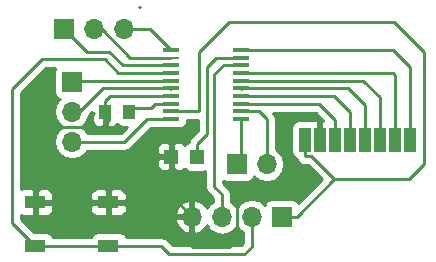
<source format=gbr>
G04 #@! TF.FileFunction,Copper,L1,Top,Signal*
%FSLAX46Y46*%
G04 Gerber Fmt 4.6, Leading zero omitted, Abs format (unit mm)*
G04 Created by KiCad (PCBNEW 4.0.6) date 07/07/17 14:26:11*
%MOMM*%
%LPD*%
G01*
G04 APERTURE LIST*
%ADD10C,0.100000*%
%ADD11R,1.000000X1.250000*%
%ADD12R,1.200000X1.200000*%
%ADD13R,1.700000X1.700000*%
%ADD14O,1.700000X1.700000*%
%ADD15R,1.800000X1.100000*%
%ADD16R,1.450000X0.300000*%
%ADD17R,1.450000X0.200000*%
%ADD18R,1.000000X2.000000*%
%ADD19C,0.250000*%
%ADD20C,0.254000*%
G04 APERTURE END LIST*
D10*
D11*
X141970000Y-107315000D03*
X139970000Y-107315000D03*
D12*
X147785000Y-111125000D03*
X145585000Y-111125000D03*
D13*
X154940000Y-116205000D03*
D14*
X152400000Y-116205000D03*
X149860000Y-116205000D03*
X147320000Y-116205000D03*
D15*
X134060000Y-114990000D03*
X140260000Y-114990000D03*
X134060000Y-118690000D03*
X140260000Y-118690000D03*
D16*
X145551100Y-102078600D03*
D17*
X145551100Y-102728600D03*
D16*
X145551100Y-103378600D03*
X145551100Y-104028600D03*
X145551100Y-104678600D03*
X145551100Y-105328600D03*
X145551100Y-105978600D03*
X145551100Y-106628600D03*
X145551100Y-107278600D03*
X145551100Y-107928600D03*
X151451100Y-107928600D03*
X151451100Y-107278600D03*
X151451100Y-106628600D03*
X151451100Y-105978600D03*
X151451100Y-105328600D03*
X151451100Y-104678600D03*
X151451100Y-104028600D03*
X151451100Y-103378600D03*
X151451100Y-102728600D03*
X151451100Y-102078600D03*
D18*
X156890000Y-109665000D03*
X158160000Y-109665000D03*
X159430000Y-109665000D03*
X160700000Y-109665000D03*
X161970000Y-109665000D03*
X163240000Y-109665000D03*
X164510000Y-109665000D03*
X165780000Y-109665000D03*
D13*
X151130000Y-111760000D03*
D14*
X153670000Y-111760000D03*
D13*
X137160000Y-104775000D03*
D14*
X137160000Y-107315000D03*
X137160000Y-109855000D03*
D13*
X136525000Y-100330000D03*
D14*
X139065000Y-100330000D03*
X141605000Y-100330000D03*
D19*
X142930000Y-98480000D02*
X142875000Y-98480000D01*
X142287500Y-106997500D02*
X143827500Y-106997500D01*
X144196400Y-106628600D02*
X145551100Y-106628600D01*
X143827500Y-106997500D02*
X144196400Y-106628600D01*
X145551100Y-105978600D02*
X140401400Y-105978600D01*
X139970000Y-106410000D02*
X139970000Y-107315000D01*
X140401400Y-105978600D02*
X139970000Y-106410000D01*
X134060000Y-114990000D02*
X134060000Y-114225000D01*
X143510000Y-111125000D02*
X145585000Y-111125000D01*
X142240000Y-112395000D02*
X143510000Y-111125000D01*
X135890000Y-112395000D02*
X142240000Y-112395000D01*
X134060000Y-114225000D02*
X135890000Y-112395000D01*
X140287500Y-106997500D02*
X140287500Y-107997500D01*
X134060000Y-109780000D02*
X134060000Y-114990000D01*
X135255000Y-108585000D02*
X134060000Y-109780000D01*
X139700000Y-108585000D02*
X135255000Y-108585000D01*
X140287500Y-107997500D02*
X139700000Y-108585000D01*
X134060000Y-114990000D02*
X140260000Y-114990000D01*
X140260000Y-114990000D02*
X146105000Y-114990000D01*
X146105000Y-114990000D02*
X147320000Y-116205000D01*
X158115000Y-107950000D02*
X155575000Y-107950000D01*
X158160000Y-107995000D02*
X158115000Y-107950000D01*
X151130000Y-118110000D02*
X150495000Y-118745000D01*
X150495000Y-118745000D02*
X147320000Y-118745000D01*
X147320000Y-118745000D02*
X147320000Y-117475000D01*
X158160000Y-109665000D02*
X158160000Y-107995000D01*
X147320000Y-117475000D02*
X147320000Y-116205000D01*
X151130000Y-114300000D02*
X151130000Y-118110000D01*
X155575000Y-114300000D02*
X151130000Y-114300000D01*
X155575000Y-107950000D02*
X155575000Y-114300000D01*
X145585000Y-111125000D02*
X145585000Y-111930000D01*
X145585000Y-111930000D02*
X147320000Y-113665000D01*
X147320000Y-116205000D02*
X147320000Y-113665000D01*
X147320000Y-113665000D02*
X146855000Y-113200000D01*
X147785000Y-111125000D02*
X147785000Y-110025000D01*
X149366400Y-102728600D02*
X151451100Y-102728600D01*
X148590000Y-103505000D02*
X149366400Y-102728600D01*
X148590000Y-109220000D02*
X148590000Y-103505000D01*
X147785000Y-110025000D02*
X148590000Y-109220000D01*
X164465000Y-99695000D02*
X167005000Y-102235000D01*
X147918600Y-107278600D02*
X147918600Y-102271400D01*
X150495000Y-99695000D02*
X164465000Y-99695000D01*
X147918600Y-102271400D02*
X150495000Y-99695000D01*
X165735000Y-113030000D02*
X159385000Y-113030000D01*
X167005000Y-111760000D02*
X165735000Y-113030000D01*
X167005000Y-102235000D02*
X167005000Y-111760000D01*
X154940000Y-116205000D02*
X156210000Y-116205000D01*
X156210000Y-116205000D02*
X159385000Y-113030000D01*
X156890000Y-111080000D02*
X157435000Y-111080000D01*
X157435000Y-111080000D02*
X159385000Y-113030000D01*
X156890000Y-109665000D02*
X156890000Y-111080000D01*
X145551100Y-107278600D02*
X147320000Y-107278600D01*
X147320000Y-107278600D02*
X147918600Y-107278600D01*
X147918600Y-107278600D02*
X147955000Y-107242200D01*
X147320000Y-107278600D02*
X147283600Y-107278600D01*
X140260000Y-118690000D02*
X144725000Y-118690000D01*
X152400000Y-118745000D02*
X152400000Y-116205000D01*
X151765000Y-119380000D02*
X152400000Y-118745000D01*
X145415000Y-119380000D02*
X151765000Y-119380000D01*
X144725000Y-118690000D02*
X145415000Y-119380000D01*
X145551100Y-104028600D02*
X141081400Y-104028600D01*
X132080000Y-116710000D02*
X134060000Y-118690000D01*
X132080000Y-105410000D02*
X132080000Y-116710000D01*
X134620000Y-102870000D02*
X132080000Y-105410000D01*
X139922800Y-102870000D02*
X134620000Y-102870000D01*
X141081400Y-104028600D02*
X139922800Y-102870000D01*
X134060000Y-118690000D02*
X140260000Y-118690000D01*
X140260000Y-118690000D02*
X140915000Y-118690000D01*
X152400000Y-117475000D02*
X152400000Y-116205000D01*
X152400000Y-117475000D02*
X152400000Y-118110000D01*
X149860000Y-103505000D02*
X149225000Y-104140000D01*
X149860000Y-103505000D02*
X149986400Y-103378600D01*
X151451100Y-103378600D02*
X149986400Y-103378600D01*
X149860000Y-114300000D02*
X149860000Y-116205000D01*
X149225000Y-113665000D02*
X149860000Y-114300000D01*
X149225000Y-104140000D02*
X149225000Y-113665000D01*
X159430000Y-109665000D02*
X159430000Y-107995000D01*
X158115000Y-106680000D02*
X151502500Y-106680000D01*
X159430000Y-107995000D02*
X158115000Y-106680000D01*
X151502500Y-106680000D02*
X151451100Y-106628600D01*
X160700000Y-109665000D02*
X160700000Y-107360000D01*
X159318600Y-105978600D02*
X151451100Y-105978600D01*
X160700000Y-107360000D02*
X159318600Y-105978600D01*
X151451100Y-105328600D02*
X160573600Y-105328600D01*
X161970000Y-106725000D02*
X161970000Y-109665000D01*
X161970000Y-106725000D02*
X160655000Y-105410000D01*
X160573600Y-105328600D02*
X160655000Y-105410000D01*
X151532500Y-105410000D02*
X151451100Y-105328600D01*
X163240000Y-109665000D02*
X163240000Y-106090000D01*
X161828600Y-104678600D02*
X151451100Y-104678600D01*
X163240000Y-106090000D02*
X161828600Y-104678600D01*
X164510000Y-109665000D02*
X164510000Y-104185000D01*
X164353600Y-104028600D02*
X151451100Y-104028600D01*
X164510000Y-104185000D02*
X164353600Y-104028600D01*
X145551100Y-104678600D02*
X137256400Y-104678600D01*
X137256400Y-104678600D02*
X137160000Y-104775000D01*
X145551100Y-105328600D02*
X139781400Y-105328600D01*
X139700000Y-105410000D02*
X137795000Y-107315000D01*
X139781400Y-105328600D02*
X139700000Y-105410000D01*
X137160000Y-107315000D02*
X137795000Y-107315000D01*
X145469700Y-105410000D02*
X145551100Y-105328600D01*
X137160000Y-109855000D02*
X141605000Y-109855000D01*
X143531400Y-107928600D02*
X145551100Y-107928600D01*
X141605000Y-109855000D02*
X143531400Y-107928600D01*
X151451100Y-107928600D02*
X151451100Y-111438900D01*
X151451100Y-111438900D02*
X151130000Y-111760000D01*
X151451100Y-107278600D02*
X152998600Y-107278600D01*
X153670000Y-107950000D02*
X153670000Y-111760000D01*
X152998600Y-107278600D02*
X153670000Y-107950000D01*
X136525000Y-100330000D02*
X138430000Y-102235000D01*
X141478600Y-103378600D02*
X145551100Y-103378600D01*
X140335000Y-102235000D02*
X141478600Y-103378600D01*
X138430000Y-102235000D02*
X140335000Y-102235000D01*
X139065000Y-100330000D02*
X139700000Y-100330000D01*
X139700000Y-100330000D02*
X142098600Y-102728600D01*
X142098600Y-102728600D02*
X145551100Y-102728600D01*
X141605000Y-100330000D02*
X143802500Y-100330000D01*
X143802500Y-100330000D02*
X145551100Y-102078600D01*
X165780000Y-109665000D02*
X165780000Y-103550000D01*
X164308600Y-102078600D02*
X151451100Y-102078600D01*
X165780000Y-103550000D02*
X164308600Y-102078600D01*
D20*
G36*
X135713569Y-103673110D02*
X135662560Y-103925000D01*
X135662560Y-105625000D01*
X135706838Y-105860317D01*
X135845910Y-106076441D01*
X136058110Y-106221431D01*
X136125541Y-106235086D01*
X136080853Y-106264946D01*
X135758946Y-106746715D01*
X135645907Y-107315000D01*
X135758946Y-107883285D01*
X136080853Y-108365054D01*
X136410026Y-108585000D01*
X136080853Y-108804946D01*
X135758946Y-109286715D01*
X135645907Y-109855000D01*
X135758946Y-110423285D01*
X136080853Y-110905054D01*
X136562622Y-111226961D01*
X137130907Y-111340000D01*
X137189093Y-111340000D01*
X137757378Y-111226961D01*
X138239147Y-110905054D01*
X138432954Y-110615000D01*
X141605000Y-110615000D01*
X141895839Y-110557148D01*
X142132988Y-110398690D01*
X144350000Y-110398690D01*
X144350000Y-110839250D01*
X144508750Y-110998000D01*
X145458000Y-110998000D01*
X145458000Y-110048750D01*
X145299250Y-109890000D01*
X144858691Y-109890000D01*
X144625302Y-109986673D01*
X144446673Y-110165301D01*
X144350000Y-110398690D01*
X142132988Y-110398690D01*
X142142401Y-110392401D01*
X143846202Y-108688600D01*
X144641216Y-108688600D01*
X144826100Y-108726040D01*
X146276100Y-108726040D01*
X146511417Y-108681762D01*
X146727541Y-108542690D01*
X146872531Y-108330490D01*
X146923540Y-108078600D01*
X146923540Y-108038600D01*
X147830000Y-108038600D01*
X147830000Y-108905198D01*
X147247599Y-109487599D01*
X147082852Y-109734161D01*
X147049247Y-109903104D01*
X146949683Y-109921838D01*
X146733559Y-110060910D01*
X146687031Y-110129006D01*
X146544698Y-109986673D01*
X146311309Y-109890000D01*
X145870750Y-109890000D01*
X145712000Y-110048750D01*
X145712000Y-110998000D01*
X145732000Y-110998000D01*
X145732000Y-111252000D01*
X145712000Y-111252000D01*
X145712000Y-112201250D01*
X145870750Y-112360000D01*
X146311309Y-112360000D01*
X146544698Y-112263327D01*
X146685936Y-112122090D01*
X146720910Y-112176441D01*
X146933110Y-112321431D01*
X147185000Y-112372440D01*
X148385000Y-112372440D01*
X148465000Y-112357387D01*
X148465000Y-113665000D01*
X148522852Y-113955839D01*
X148687599Y-114202401D01*
X149100000Y-114614802D01*
X149100000Y-114932046D01*
X148809946Y-115125853D01*
X148582298Y-115466553D01*
X148515183Y-115323642D01*
X148086924Y-114933355D01*
X147676890Y-114763524D01*
X147447000Y-114884845D01*
X147447000Y-116078000D01*
X147467000Y-116078000D01*
X147467000Y-116332000D01*
X147447000Y-116332000D01*
X147447000Y-117525155D01*
X147676890Y-117646476D01*
X148086924Y-117476645D01*
X148515183Y-117086358D01*
X148582298Y-116943447D01*
X148809946Y-117284147D01*
X149291715Y-117606054D01*
X149860000Y-117719093D01*
X150428285Y-117606054D01*
X150910054Y-117284147D01*
X151130000Y-116954974D01*
X151349946Y-117284147D01*
X151640000Y-117477954D01*
X151640000Y-118430198D01*
X151450198Y-118620000D01*
X145729802Y-118620000D01*
X145262401Y-118152599D01*
X145015839Y-117987852D01*
X144725000Y-117930000D01*
X141767926Y-117930000D01*
X141763162Y-117904683D01*
X141624090Y-117688559D01*
X141411890Y-117543569D01*
X141160000Y-117492560D01*
X139360000Y-117492560D01*
X139124683Y-117536838D01*
X138908559Y-117675910D01*
X138763569Y-117888110D01*
X138755086Y-117930000D01*
X135567926Y-117930000D01*
X135563162Y-117904683D01*
X135424090Y-117688559D01*
X135211890Y-117543569D01*
X134960000Y-117492560D01*
X133937362Y-117492560D01*
X133006694Y-116561892D01*
X145878514Y-116561892D01*
X146124817Y-117086358D01*
X146553076Y-117476645D01*
X146963110Y-117646476D01*
X147193000Y-117525155D01*
X147193000Y-116332000D01*
X145999181Y-116332000D01*
X145878514Y-116561892D01*
X133006694Y-116561892D01*
X132840000Y-116395198D01*
X132840000Y-116094770D01*
X133033691Y-116175000D01*
X133774250Y-116175000D01*
X133933000Y-116016250D01*
X133933000Y-115117000D01*
X134187000Y-115117000D01*
X134187000Y-116016250D01*
X134345750Y-116175000D01*
X135086309Y-116175000D01*
X135319698Y-116078327D01*
X135498327Y-115899699D01*
X135595000Y-115666310D01*
X135595000Y-115275750D01*
X138725000Y-115275750D01*
X138725000Y-115666310D01*
X138821673Y-115899699D01*
X139000302Y-116078327D01*
X139233691Y-116175000D01*
X139974250Y-116175000D01*
X140133000Y-116016250D01*
X140133000Y-115117000D01*
X140387000Y-115117000D01*
X140387000Y-116016250D01*
X140545750Y-116175000D01*
X141286309Y-116175000D01*
X141519698Y-116078327D01*
X141698327Y-115899699D01*
X141719696Y-115848108D01*
X145878514Y-115848108D01*
X145999181Y-116078000D01*
X147193000Y-116078000D01*
X147193000Y-114884845D01*
X146963110Y-114763524D01*
X146553076Y-114933355D01*
X146124817Y-115323642D01*
X145878514Y-115848108D01*
X141719696Y-115848108D01*
X141795000Y-115666310D01*
X141795000Y-115275750D01*
X141636250Y-115117000D01*
X140387000Y-115117000D01*
X140133000Y-115117000D01*
X138883750Y-115117000D01*
X138725000Y-115275750D01*
X135595000Y-115275750D01*
X135436250Y-115117000D01*
X134187000Y-115117000D01*
X133933000Y-115117000D01*
X133913000Y-115117000D01*
X133913000Y-114863000D01*
X133933000Y-114863000D01*
X133933000Y-113963750D01*
X134187000Y-113963750D01*
X134187000Y-114863000D01*
X135436250Y-114863000D01*
X135595000Y-114704250D01*
X135595000Y-114313690D01*
X138725000Y-114313690D01*
X138725000Y-114704250D01*
X138883750Y-114863000D01*
X140133000Y-114863000D01*
X140133000Y-113963750D01*
X140387000Y-113963750D01*
X140387000Y-114863000D01*
X141636250Y-114863000D01*
X141795000Y-114704250D01*
X141795000Y-114313690D01*
X141698327Y-114080301D01*
X141519698Y-113901673D01*
X141286309Y-113805000D01*
X140545750Y-113805000D01*
X140387000Y-113963750D01*
X140133000Y-113963750D01*
X139974250Y-113805000D01*
X139233691Y-113805000D01*
X139000302Y-113901673D01*
X138821673Y-114080301D01*
X138725000Y-114313690D01*
X135595000Y-114313690D01*
X135498327Y-114080301D01*
X135319698Y-113901673D01*
X135086309Y-113805000D01*
X134345750Y-113805000D01*
X134187000Y-113963750D01*
X133933000Y-113963750D01*
X133774250Y-113805000D01*
X133033691Y-113805000D01*
X132840000Y-113885230D01*
X132840000Y-111410750D01*
X144350000Y-111410750D01*
X144350000Y-111851310D01*
X144446673Y-112084699D01*
X144625302Y-112263327D01*
X144858691Y-112360000D01*
X145299250Y-112360000D01*
X145458000Y-112201250D01*
X145458000Y-111252000D01*
X144508750Y-111252000D01*
X144350000Y-111410750D01*
X132840000Y-111410750D01*
X132840000Y-105724802D01*
X134934802Y-103630000D01*
X135743025Y-103630000D01*
X135713569Y-103673110D01*
X135713569Y-103673110D01*
G37*
X135713569Y-103673110D02*
X135662560Y-103925000D01*
X135662560Y-105625000D01*
X135706838Y-105860317D01*
X135845910Y-106076441D01*
X136058110Y-106221431D01*
X136125541Y-106235086D01*
X136080853Y-106264946D01*
X135758946Y-106746715D01*
X135645907Y-107315000D01*
X135758946Y-107883285D01*
X136080853Y-108365054D01*
X136410026Y-108585000D01*
X136080853Y-108804946D01*
X135758946Y-109286715D01*
X135645907Y-109855000D01*
X135758946Y-110423285D01*
X136080853Y-110905054D01*
X136562622Y-111226961D01*
X137130907Y-111340000D01*
X137189093Y-111340000D01*
X137757378Y-111226961D01*
X138239147Y-110905054D01*
X138432954Y-110615000D01*
X141605000Y-110615000D01*
X141895839Y-110557148D01*
X142132988Y-110398690D01*
X144350000Y-110398690D01*
X144350000Y-110839250D01*
X144508750Y-110998000D01*
X145458000Y-110998000D01*
X145458000Y-110048750D01*
X145299250Y-109890000D01*
X144858691Y-109890000D01*
X144625302Y-109986673D01*
X144446673Y-110165301D01*
X144350000Y-110398690D01*
X142132988Y-110398690D01*
X142142401Y-110392401D01*
X143846202Y-108688600D01*
X144641216Y-108688600D01*
X144826100Y-108726040D01*
X146276100Y-108726040D01*
X146511417Y-108681762D01*
X146727541Y-108542690D01*
X146872531Y-108330490D01*
X146923540Y-108078600D01*
X146923540Y-108038600D01*
X147830000Y-108038600D01*
X147830000Y-108905198D01*
X147247599Y-109487599D01*
X147082852Y-109734161D01*
X147049247Y-109903104D01*
X146949683Y-109921838D01*
X146733559Y-110060910D01*
X146687031Y-110129006D01*
X146544698Y-109986673D01*
X146311309Y-109890000D01*
X145870750Y-109890000D01*
X145712000Y-110048750D01*
X145712000Y-110998000D01*
X145732000Y-110998000D01*
X145732000Y-111252000D01*
X145712000Y-111252000D01*
X145712000Y-112201250D01*
X145870750Y-112360000D01*
X146311309Y-112360000D01*
X146544698Y-112263327D01*
X146685936Y-112122090D01*
X146720910Y-112176441D01*
X146933110Y-112321431D01*
X147185000Y-112372440D01*
X148385000Y-112372440D01*
X148465000Y-112357387D01*
X148465000Y-113665000D01*
X148522852Y-113955839D01*
X148687599Y-114202401D01*
X149100000Y-114614802D01*
X149100000Y-114932046D01*
X148809946Y-115125853D01*
X148582298Y-115466553D01*
X148515183Y-115323642D01*
X148086924Y-114933355D01*
X147676890Y-114763524D01*
X147447000Y-114884845D01*
X147447000Y-116078000D01*
X147467000Y-116078000D01*
X147467000Y-116332000D01*
X147447000Y-116332000D01*
X147447000Y-117525155D01*
X147676890Y-117646476D01*
X148086924Y-117476645D01*
X148515183Y-117086358D01*
X148582298Y-116943447D01*
X148809946Y-117284147D01*
X149291715Y-117606054D01*
X149860000Y-117719093D01*
X150428285Y-117606054D01*
X150910054Y-117284147D01*
X151130000Y-116954974D01*
X151349946Y-117284147D01*
X151640000Y-117477954D01*
X151640000Y-118430198D01*
X151450198Y-118620000D01*
X145729802Y-118620000D01*
X145262401Y-118152599D01*
X145015839Y-117987852D01*
X144725000Y-117930000D01*
X141767926Y-117930000D01*
X141763162Y-117904683D01*
X141624090Y-117688559D01*
X141411890Y-117543569D01*
X141160000Y-117492560D01*
X139360000Y-117492560D01*
X139124683Y-117536838D01*
X138908559Y-117675910D01*
X138763569Y-117888110D01*
X138755086Y-117930000D01*
X135567926Y-117930000D01*
X135563162Y-117904683D01*
X135424090Y-117688559D01*
X135211890Y-117543569D01*
X134960000Y-117492560D01*
X133937362Y-117492560D01*
X133006694Y-116561892D01*
X145878514Y-116561892D01*
X146124817Y-117086358D01*
X146553076Y-117476645D01*
X146963110Y-117646476D01*
X147193000Y-117525155D01*
X147193000Y-116332000D01*
X145999181Y-116332000D01*
X145878514Y-116561892D01*
X133006694Y-116561892D01*
X132840000Y-116395198D01*
X132840000Y-116094770D01*
X133033691Y-116175000D01*
X133774250Y-116175000D01*
X133933000Y-116016250D01*
X133933000Y-115117000D01*
X134187000Y-115117000D01*
X134187000Y-116016250D01*
X134345750Y-116175000D01*
X135086309Y-116175000D01*
X135319698Y-116078327D01*
X135498327Y-115899699D01*
X135595000Y-115666310D01*
X135595000Y-115275750D01*
X138725000Y-115275750D01*
X138725000Y-115666310D01*
X138821673Y-115899699D01*
X139000302Y-116078327D01*
X139233691Y-116175000D01*
X139974250Y-116175000D01*
X140133000Y-116016250D01*
X140133000Y-115117000D01*
X140387000Y-115117000D01*
X140387000Y-116016250D01*
X140545750Y-116175000D01*
X141286309Y-116175000D01*
X141519698Y-116078327D01*
X141698327Y-115899699D01*
X141719696Y-115848108D01*
X145878514Y-115848108D01*
X145999181Y-116078000D01*
X147193000Y-116078000D01*
X147193000Y-114884845D01*
X146963110Y-114763524D01*
X146553076Y-114933355D01*
X146124817Y-115323642D01*
X145878514Y-115848108D01*
X141719696Y-115848108D01*
X141795000Y-115666310D01*
X141795000Y-115275750D01*
X141636250Y-115117000D01*
X140387000Y-115117000D01*
X140133000Y-115117000D01*
X138883750Y-115117000D01*
X138725000Y-115275750D01*
X135595000Y-115275750D01*
X135436250Y-115117000D01*
X134187000Y-115117000D01*
X133933000Y-115117000D01*
X133913000Y-115117000D01*
X133913000Y-114863000D01*
X133933000Y-114863000D01*
X133933000Y-113963750D01*
X134187000Y-113963750D01*
X134187000Y-114863000D01*
X135436250Y-114863000D01*
X135595000Y-114704250D01*
X135595000Y-114313690D01*
X138725000Y-114313690D01*
X138725000Y-114704250D01*
X138883750Y-114863000D01*
X140133000Y-114863000D01*
X140133000Y-113963750D01*
X140387000Y-113963750D01*
X140387000Y-114863000D01*
X141636250Y-114863000D01*
X141795000Y-114704250D01*
X141795000Y-114313690D01*
X141698327Y-114080301D01*
X141519698Y-113901673D01*
X141286309Y-113805000D01*
X140545750Y-113805000D01*
X140387000Y-113963750D01*
X140133000Y-113963750D01*
X139974250Y-113805000D01*
X139233691Y-113805000D01*
X139000302Y-113901673D01*
X138821673Y-114080301D01*
X138725000Y-114313690D01*
X135595000Y-114313690D01*
X135498327Y-114080301D01*
X135319698Y-113901673D01*
X135086309Y-113805000D01*
X134345750Y-113805000D01*
X134187000Y-113963750D01*
X133933000Y-113963750D01*
X133774250Y-113805000D01*
X133033691Y-113805000D01*
X132840000Y-113885230D01*
X132840000Y-111410750D01*
X144350000Y-111410750D01*
X144350000Y-111851310D01*
X144446673Y-112084699D01*
X144625302Y-112263327D01*
X144858691Y-112360000D01*
X145299250Y-112360000D01*
X145458000Y-112201250D01*
X145458000Y-111252000D01*
X144508750Y-111252000D01*
X144350000Y-111410750D01*
X132840000Y-111410750D01*
X132840000Y-105724802D01*
X134934802Y-103630000D01*
X135743025Y-103630000D01*
X135713569Y-103673110D01*
G36*
X158417974Y-108057776D02*
X158287000Y-108188750D01*
X158287000Y-108643075D01*
X158282560Y-108665000D01*
X158282560Y-109812000D01*
X158037440Y-109812000D01*
X158037440Y-108665000D01*
X158033000Y-108641403D01*
X158033000Y-108188750D01*
X157874250Y-108030000D01*
X157533691Y-108030000D01*
X157506680Y-108041188D01*
X157390000Y-108017560D01*
X156390000Y-108017560D01*
X156154683Y-108061838D01*
X155938559Y-108200910D01*
X155793569Y-108413110D01*
X155742560Y-108665000D01*
X155742560Y-110665000D01*
X155786838Y-110900317D01*
X155925910Y-111116441D01*
X156138110Y-111261431D01*
X156167264Y-111267335D01*
X156187852Y-111370839D01*
X156352599Y-111617401D01*
X156599161Y-111782148D01*
X156890000Y-111840000D01*
X157120198Y-111840000D01*
X158310198Y-113030000D01*
X156325564Y-115014634D01*
X156254090Y-114903559D01*
X156041890Y-114758569D01*
X155790000Y-114707560D01*
X154090000Y-114707560D01*
X153854683Y-114751838D01*
X153638559Y-114890910D01*
X153493569Y-115103110D01*
X153479914Y-115170541D01*
X153450054Y-115125853D01*
X152968285Y-114803946D01*
X152400000Y-114690907D01*
X151831715Y-114803946D01*
X151349946Y-115125853D01*
X151130000Y-115455026D01*
X150910054Y-115125853D01*
X150620000Y-114932046D01*
X150620000Y-114300000D01*
X150562148Y-114009161D01*
X150397401Y-113762599D01*
X149985000Y-113350198D01*
X149985000Y-113176975D01*
X150028110Y-113206431D01*
X150280000Y-113257440D01*
X151980000Y-113257440D01*
X152215317Y-113213162D01*
X152431441Y-113074090D01*
X152576431Y-112861890D01*
X152590086Y-112794459D01*
X152619946Y-112839147D01*
X153101715Y-113161054D01*
X153670000Y-113274093D01*
X154238285Y-113161054D01*
X154720054Y-112839147D01*
X155041961Y-112357378D01*
X155155000Y-111789093D01*
X155155000Y-111730907D01*
X155041961Y-111162622D01*
X154720054Y-110680853D01*
X154430000Y-110487046D01*
X154430000Y-107950000D01*
X154372148Y-107659161D01*
X154225710Y-107440000D01*
X157800198Y-107440000D01*
X158417974Y-108057776D01*
X158417974Y-108057776D01*
G37*
X158417974Y-108057776D02*
X158287000Y-108188750D01*
X158287000Y-108643075D01*
X158282560Y-108665000D01*
X158282560Y-109812000D01*
X158037440Y-109812000D01*
X158037440Y-108665000D01*
X158033000Y-108641403D01*
X158033000Y-108188750D01*
X157874250Y-108030000D01*
X157533691Y-108030000D01*
X157506680Y-108041188D01*
X157390000Y-108017560D01*
X156390000Y-108017560D01*
X156154683Y-108061838D01*
X155938559Y-108200910D01*
X155793569Y-108413110D01*
X155742560Y-108665000D01*
X155742560Y-110665000D01*
X155786838Y-110900317D01*
X155925910Y-111116441D01*
X156138110Y-111261431D01*
X156167264Y-111267335D01*
X156187852Y-111370839D01*
X156352599Y-111617401D01*
X156599161Y-111782148D01*
X156890000Y-111840000D01*
X157120198Y-111840000D01*
X158310198Y-113030000D01*
X156325564Y-115014634D01*
X156254090Y-114903559D01*
X156041890Y-114758569D01*
X155790000Y-114707560D01*
X154090000Y-114707560D01*
X153854683Y-114751838D01*
X153638559Y-114890910D01*
X153493569Y-115103110D01*
X153479914Y-115170541D01*
X153450054Y-115125853D01*
X152968285Y-114803946D01*
X152400000Y-114690907D01*
X151831715Y-114803946D01*
X151349946Y-115125853D01*
X151130000Y-115455026D01*
X150910054Y-115125853D01*
X150620000Y-114932046D01*
X150620000Y-114300000D01*
X150562148Y-114009161D01*
X150397401Y-113762599D01*
X149985000Y-113350198D01*
X149985000Y-113176975D01*
X150028110Y-113206431D01*
X150280000Y-113257440D01*
X151980000Y-113257440D01*
X152215317Y-113213162D01*
X152431441Y-113074090D01*
X152576431Y-112861890D01*
X152590086Y-112794459D01*
X152619946Y-112839147D01*
X153101715Y-113161054D01*
X153670000Y-113274093D01*
X154238285Y-113161054D01*
X154720054Y-112839147D01*
X155041961Y-112357378D01*
X155155000Y-111789093D01*
X155155000Y-111730907D01*
X155041961Y-111162622D01*
X154720054Y-110680853D01*
X154430000Y-110487046D01*
X154430000Y-107950000D01*
X154372148Y-107659161D01*
X154225710Y-107440000D01*
X157800198Y-107440000D01*
X158417974Y-108057776D01*
G36*
X140097000Y-107188000D02*
X140117000Y-107188000D01*
X140117000Y-107442000D01*
X140097000Y-107442000D01*
X140097000Y-108416250D01*
X140255750Y-108575000D01*
X140596309Y-108575000D01*
X140829698Y-108478327D01*
X140970936Y-108337090D01*
X141005910Y-108391441D01*
X141218110Y-108536431D01*
X141470000Y-108587440D01*
X141797758Y-108587440D01*
X141290198Y-109095000D01*
X138432954Y-109095000D01*
X138239147Y-108804946D01*
X137909974Y-108585000D01*
X138239147Y-108365054D01*
X138561054Y-107883285D01*
X138625498Y-107559304D01*
X138835000Y-107349802D01*
X138835000Y-107442002D01*
X138993748Y-107442002D01*
X138835000Y-107600750D01*
X138835000Y-108066310D01*
X138931673Y-108299699D01*
X139110302Y-108478327D01*
X139343691Y-108575000D01*
X139684250Y-108575000D01*
X139843000Y-108416250D01*
X139843000Y-107442000D01*
X139823000Y-107442000D01*
X139823000Y-107188000D01*
X139843000Y-107188000D01*
X139843000Y-107168000D01*
X140097000Y-107168000D01*
X140097000Y-107188000D01*
X140097000Y-107188000D01*
G37*
X140097000Y-107188000D02*
X140117000Y-107188000D01*
X140117000Y-107442000D01*
X140097000Y-107442000D01*
X140097000Y-108416250D01*
X140255750Y-108575000D01*
X140596309Y-108575000D01*
X140829698Y-108478327D01*
X140970936Y-108337090D01*
X141005910Y-108391441D01*
X141218110Y-108536431D01*
X141470000Y-108587440D01*
X141797758Y-108587440D01*
X141290198Y-109095000D01*
X138432954Y-109095000D01*
X138239147Y-108804946D01*
X137909974Y-108585000D01*
X138239147Y-108365054D01*
X138561054Y-107883285D01*
X138625498Y-107559304D01*
X138835000Y-107349802D01*
X138835000Y-107442002D01*
X138993748Y-107442002D01*
X138835000Y-107600750D01*
X138835000Y-108066310D01*
X138931673Y-108299699D01*
X139110302Y-108478327D01*
X139343691Y-108575000D01*
X139684250Y-108575000D01*
X139843000Y-108416250D01*
X139843000Y-107442000D01*
X139823000Y-107442000D01*
X139823000Y-107188000D01*
X139843000Y-107188000D01*
X139843000Y-107168000D01*
X140097000Y-107168000D01*
X140097000Y-107188000D01*
M02*

</source>
